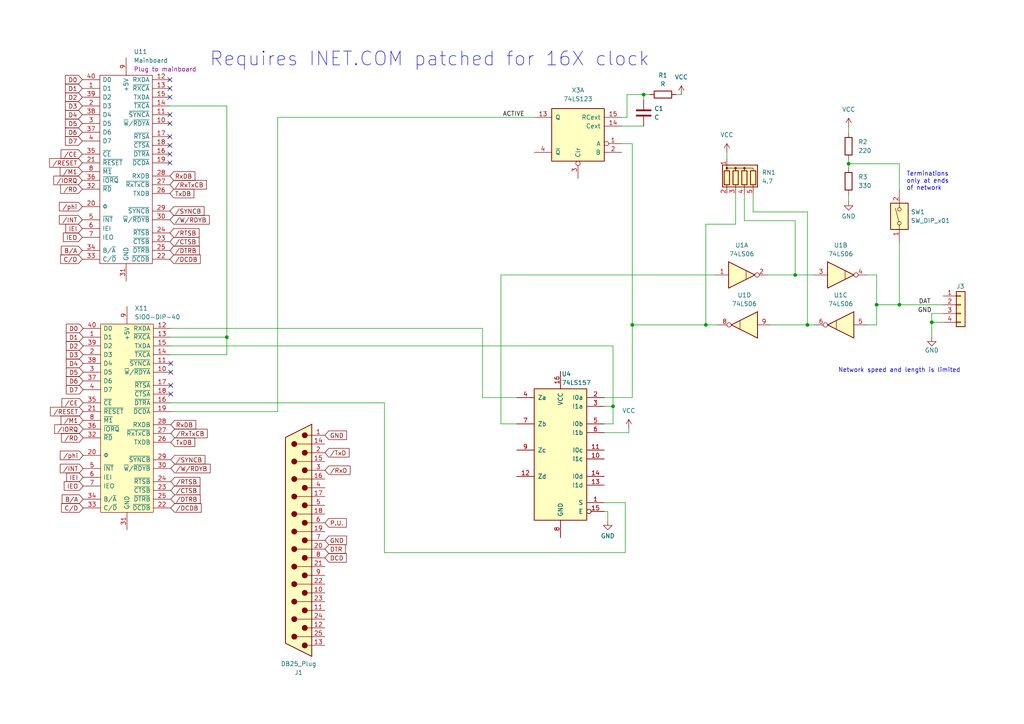
<source format=kicad_sch>
(kicad_sch (version 20230121) (generator eeschema)
  (paper "A4")
  (title_block (title "KayNet-ULCNet minimum circuit") (date "2025-06-09") (rev "0"))
  (lib_symbols
    (symbol "74LS06_1" (pin_names (offset 1.016))
      (property "Reference" "U1" (at 0 8.636 0))
      (property "Value" "74LS06" (at 0 6.096 0))
      (symbol "74LS06_1_0_1"
        (polyline (pts (xy 1.27 1.27) (xy 1.27 -1.27)))
      )
      (symbol "74LS06_1_1_0"
        (polyline (pts (xy -3.81 3.81) (xy -3.81 -3.81) (xy 3.81 0) (xy -3.81 3.81)) (stroke (width 0.254)) (fill (type background)))
        (pin input line (at -7.62 0 0) (length 3.81) (name "~") (number "1"))
        (pin open_collector inverted (at 7.62 0 180) (length 3.81) (name "~") (number "2"))
      )
      (symbol "74LS06_1_2_0"
        (polyline (pts (xy -3.81 3.81) (xy -3.81 -3.81) (xy 3.81 0) (xy -3.81 3.81)) (stroke (width 0.254)) (fill (type background)))
        (pin input line (at -7.62 0 0) (length 3.81) (name "~") (number "3"))
        (pin open_collector inverted (at 7.62 0 180) (length 3.81) (name "~") (number "4"))
      )
      (symbol "74LS06_1_3_0"
        (polyline (pts (xy -3.81 3.81) (xy -3.81 -3.81) (xy 3.81 0) (xy -3.81 3.81)) (stroke (width 0.254)) (fill (type background)))
        (pin input line (at -7.62 0 0) (length 3.81) (name "~") (number "5"))
        (pin open_collector inverted (at 7.62 0 180) (length 3.81) (name "~") (number "6"))
      )
      (symbol "74LS06_1_4_0"
        (polyline (pts (xy -3.81 3.81) (xy -3.81 -3.81) (xy 3.81 0) (xy -3.81 3.81)) (stroke (width 0.254)) (fill (type background)))
        (pin open_collector inverted (at 7.62 0 180) (length 3.81) (name "~") (number "8"))
        (pin input line (at -7.62 0 0) (length 3.81) (name "~") (number "9"))
      )
      (symbol "74LS06_1_5_0"
        (polyline (pts (xy -3.81 3.81) (xy -3.81 -3.81) (xy 3.81 0) (xy -3.81 3.81)) (stroke (width 0.254)) (fill (type background)))
        (pin open_collector inverted (at 7.62 0 180) (length 3.81) (name "~") (number "10"))
        (pin input line (at -7.62 0 0) (length 3.81) (name "~") (number "11"))
      )
      (symbol "74LS06_1_6_0"
        (polyline (pts (xy -3.81 3.81) (xy -3.81 -3.81) (xy 3.81 0) (xy -3.81 3.81)) (stroke (width 0.254)) (fill (type background)))
        (pin open_collector inverted (at 7.62 0 180) (length 3.81) (name "~") (number "12"))
        (pin input line (at -7.62 0 0) (length 3.81) (name "~") (number "13"))
      )
      (symbol "74LS06_1_7_0"
        (pin power_in line (at 0 12.7 270) (length 5.08) (name "VCC") (number "14"))
        (pin power_in line (at 0 -12.7 90) (length 5.08) (name "GND") (number "7"))
      )
      (symbol "74LS06_1_7_1"
        (rectangle (start -5.08 7.62) (end 5.08 -7.62) (stroke (width 0.254)) (fill (type background)))
      )
    )
    (symbol "74LS06_2" (pin_names (offset 1.016))
      (property "Reference" "U1" (at 0 8.636 0))
      (property "Value" "74LS06" (at 0 6.096 0))
      (symbol "74LS06_2_0_1"
        (polyline (pts (xy 1.27 1.27) (xy 1.27 -1.27)))
      )
      (symbol "74LS06_2_1_0"
        (polyline (pts (xy -3.81 3.81) (xy -3.81 -3.81) (xy 3.81 0) (xy -3.81 3.81)) (stroke (width 0.254)) (fill (type background)))
        (pin input line (at -7.62 0 0) (length 3.81) (name "~") (number "1"))
        (pin open_collector inverted (at 7.62 0 180) (length 3.81) (name "~") (number "2"))
      )
      (symbol "74LS06_2_2_0"
        (polyline (pts (xy -3.81 3.81) (xy -3.81 -3.81) (xy 3.81 0) (xy -3.81 3.81)) (stroke (width 0.254)) (fill (type background)))
        (pin input line (at -7.62 0 0) (length 3.81) (name "~") (number "3"))
        (pin open_collector inverted (at 7.62 0 180) (length 3.81) (name "~") (number "4"))
      )
      (symbol "74LS06_2_3_0"
        (polyline (pts (xy -3.81 3.81) (xy -3.81 -3.81) (xy 3.81 0) (xy -3.81 3.81)) (stroke (width 0.254)) (fill (type background)))
        (pin input line (at -7.62 0 0) (length 3.81) (name "~") (number "5"))
        (pin open_collector inverted (at 7.62 0 180) (length 3.81) (name "~") (number "6"))
      )
      (symbol "74LS06_2_4_0"
        (polyline (pts (xy -3.81 3.81) (xy -3.81 -3.81) (xy 3.81 0) (xy -3.81 3.81)) (stroke (width 0.254)) (fill (type background)))
        (pin open_collector inverted (at 7.62 0 180) (length 3.81) (name "~") (number "8"))
        (pin input line (at -7.62 0 0) (length 3.81) (name "~") (number "9"))
      )
      (symbol "74LS06_2_5_0"
        (polyline (pts (xy -3.81 3.81) (xy -3.81 -3.81) (xy 3.81 0) (xy -3.81 3.81)) (stroke (width 0.254)) (fill (type background)))
        (pin open_collector inverted (at 7.62 0 180) (length 3.81) (name "~") (number "10"))
        (pin input line (at -7.62 0 0) (length 3.81) (name "~") (number "11"))
      )
      (symbol "74LS06_2_6_0"
        (polyline (pts (xy -3.81 3.81) (xy -3.81 -3.81) (xy 3.81 0) (xy -3.81 3.81)) (stroke (width 0.254)) (fill (type background)))
        (pin open_collector inverted (at 7.62 0 180) (length 3.81) (name "~") (number "12"))
        (pin input line (at -7.62 0 0) (length 3.81) (name "~") (number "13"))
      )
      (symbol "74LS06_2_7_0"
        (pin power_in line (at 0 12.7 270) (length 5.08) (name "VCC") (number "14"))
        (pin power_in line (at 0 -12.7 90) (length 5.08) (name "GND") (number "7"))
      )
      (symbol "74LS06_2_7_1"
        (rectangle (start -5.08 7.62) (end 5.08 -7.62) (stroke (width 0.254)) (fill (type background)))
      )
    )
    (symbol "74xx:74LS06" (pin_names (offset 1.016))
      (property "Reference" "U1" (at 0 8.636 0))
      (property "Value" "74LS06" (at 0 6.096 0))
      (symbol "74LS06_0_1"
        (polyline (pts (xy 1.27 1.27) (xy 1.27 -1.27)))
      )
      (symbol "74LS06_1_0"
        (polyline (pts (xy -3.81 3.81) (xy -3.81 -3.81) (xy 3.81 0) (xy -3.81 3.81)) (stroke (width 0.254)) (fill (type background)))
        (pin input line (at -7.62 0 0) (length 3.81) (name "~") (number "1"))
        (pin open_collector inverted (at 7.62 0 180) (length 3.81) (name "~") (number "2"))
      )
      (symbol "74LS06_2_0"
        (polyline (pts (xy -3.81 3.81) (xy -3.81 -3.81) (xy 3.81 0) (xy -3.81 3.81)) (stroke (width 0.254)) (fill (type background)))
        (pin input line (at -7.62 0 0) (length 3.81) (name "~") (number "3"))
        (pin open_collector inverted (at 7.62 0 180) (length 3.81) (name "~") (number "4"))
      )
      (symbol "74LS06_3_0"
        (polyline (pts (xy -3.81 3.81) (xy -3.81 -3.81) (xy 3.81 0) (xy -3.81 3.81)) (stroke (width 0.254)) (fill (type background)))
        (pin input line (at -7.62 0 0) (length 3.81) (name "~") (number "5"))
        (pin open_collector inverted (at 7.62 0 180) (length 3.81) (name "~") (number "6"))
      )
      (symbol "74LS06_4_0"
        (polyline (pts (xy -3.81 3.81) (xy -3.81 -3.81) (xy 3.81 0) (xy -3.81 3.81)) (stroke (width 0.254)) (fill (type background)))
        (pin open_collector inverted (at 7.62 0 180) (length 3.81) (name "~") (number "8"))
        (pin input line (at -7.62 0 0) (length 3.81) (name "~") (number "9"))
      )
      (symbol "74LS06_5_0"
        (polyline (pts (xy -3.81 3.81) (xy -3.81 -3.81) (xy 3.81 0) (xy -3.81 3.81)) (stroke (width 0.254)) (fill (type background)))
        (pin open_collector inverted (at 7.62 0 180) (length 3.81) (name "~") (number "10"))
        (pin input line (at -7.62 0 0) (length 3.81) (name "~") (number "11"))
      )
      (symbol "74LS06_6_0"
        (polyline (pts (xy -3.81 3.81) (xy -3.81 -3.81) (xy 3.81 0) (xy -3.81 3.81)) (stroke (width 0.254)) (fill (type background)))
        (pin open_collector inverted (at 7.62 0 180) (length 3.81) (name "~") (number "12"))
        (pin input line (at -7.62 0 0) (length 3.81) (name "~") (number "13"))
      )
      (symbol "74LS06_7_0"
        (pin power_in line (at 0 12.7 270) (length 5.08) (name "VCC") (number "14"))
        (pin power_in line (at 0 -12.7 90) (length 5.08) (name "GND") (number "7"))
      )
      (symbol "74LS06_7_1"
        (rectangle (start -5.08 7.62) (end 5.08 -7.62) (stroke (width 0.254)) (fill (type background)))
      )
    )
    (symbol "74xx:74LS123" (pin_names (offset 1.016))
      (property "Reference" "U" (at -7.62 8.89 0))
      (property "Value" "74LS123" (at -7.62 -8.89 0))
      (symbol "74LS123_1_0"
        (pin input inverted (at -12.7 -2.54 0) (length 5.08) (name "A") (number "1"))
        (pin output line (at 12.7 5.08 180) (length 5.08) (name "Q") (number "13"))
        (pin input line (at -12.7 2.54 0) (length 5.08) (name "Cext") (number "14"))
        (pin input line (at -12.7 5.08 0) (length 5.08) (name "RCext") (number "15"))
        (pin input line (at -12.7 -5.08 0) (length 5.08) (name "B") (number "2"))
        (pin input inverted (at 0 -12.7 90) (length 5.08) (name "Clr") (number "3"))
        (pin output line (at 12.7 -5.08 180) (length 5.08) (name "~{Q}") (number "4"))
      )
      (symbol "74LS123_1_1"
        (rectangle (start -7.62 7.62) (end 7.62 -7.62) (stroke (width 0.254)) (fill (type background)))
      )
      (symbol "74LS123_2_0"
        (pin input line (at -12.7 -5.08 0) (length 5.08) (name "B") (number "10"))
        (pin input inverted (at 0 -12.7 90) (length 5.08) (name "Clr") (number "11"))
        (pin output line (at 12.7 -5.08 180) (length 5.08) (name "~{Q}") (number "12"))
        (pin output line (at 12.7 5.08 180) (length 5.08) (name "Q") (number "5"))
        (pin input line (at -12.7 2.54 0) (length 5.08) (name "Cext") (number "6"))
        (pin input line (at -12.7 5.08 0) (length 5.08) (name "RCext") (number "7"))
        (pin input inverted (at -12.7 -2.54 0) (length 5.08) (name "A") (number "9"))
      )
      (symbol "74LS123_2_1"
        (rectangle (start -7.62 7.62) (end 7.62 -7.62) (stroke (width 0.254)) (fill (type background)))
      )
      (symbol "74LS123_3_0"
        (pin power_in line (at 0 12.7 270) (length 5.08) (name "VCC") (number "16"))
        (pin power_in line (at 0 -12.7 90) (length 5.08) (name "GND") (number "8"))
      )
      (symbol "74LS123_3_1"
        (rectangle (start -5.08 7.62) (end 5.08 -7.62) (stroke (width 0.254)) (fill (type background)))
      )
    )
    (symbol "74xx:74LS157" (pin_names (offset 1.016))
      (property "Reference" "U" (at -7.62 19.05 0))
      (property "Value" "74LS157" (at -7.62 -21.59 0))
      (symbol "74LS157_1_0"
        (pin input line (at -12.7 -15.24 0) (length 5.08) (name "S") (number "1"))
        (pin input line (at -12.7 -2.54 0) (length 5.08) (name "I1c") (number "10"))
        (pin input line (at -12.7 0 0) (length 5.08) (name "I0c") (number "11"))
        (pin output line (at 12.7 -7.62 180) (length 5.08) (name "Zd") (number "12"))
        (pin input line (at -12.7 -10.16 0) (length 5.08) (name "I1d") (number "13"))
        (pin input line (at -12.7 -7.62 0) (length 5.08) (name "I0d") (number "14"))
        (pin input inverted (at -12.7 -17.78 0) (length 5.08) (name "E") (number "15"))
        (pin power_in line (at 0 22.86 270) (length 5.08) (name "VCC") (number "16"))
        (pin input line (at -12.7 15.24 0) (length 5.08) (name "I0a") (number "2"))
        (pin input line (at -12.7 12.7 0) (length 5.08) (name "I1a") (number "3"))
        (pin output line (at 12.7 15.24 180) (length 5.08) (name "Za") (number "4"))
        (pin input line (at -12.7 7.62 0) (length 5.08) (name "I0b") (number "5"))
        (pin input line (at -12.7 5.08 0) (length 5.08) (name "I1b") (number "6"))
        (pin output line (at 12.7 7.62 180) (length 5.08) (name "Zb") (number "7"))
        (pin power_in line (at 0 -25.4 90) (length 5.08) (name "GND") (number "8"))
        (pin output line (at 12.7 0 180) (length 5.08) (name "Zc") (number "9"))
      )
      (symbol "74LS157_1_1"
        (rectangle (start -7.62 17.78) (end 7.62 -20.32) (stroke (width 0.254)) (fill (type background)))
      )
    )
    (symbol "Connector:DB25_Plug" (pin_names (offset 1.016) hide)
      (property "Reference" "J" (at 0 34.29 0))
      (property "Value" "DB25_Plug" (at 0 -34.925 0))
      (symbol "DB25_Plug_0_1"
        (circle (center -1.778 -30.48) (radius 0.762) (fill (type outline)))
        (circle (center -1.778 -25.4) (radius 0.762) (fill (type outline)))
        (circle (center -1.778 -20.32) (radius 0.762) (fill (type outline)))
        (circle (center -1.778 -15.24) (radius 0.762) (fill (type outline)))
        (circle (center -1.778 -10.16) (radius 0.762) (fill (type outline)))
        (circle (center -1.778 -5.08) (radius 0.762) (fill (type outline)))
        (circle (center -1.778 0) (radius 0.762) (fill (type outline)))
        (circle (center -1.778 5.08) (radius 0.762) (fill (type outline)))
        (circle (center -1.778 10.16) (radius 0.762) (fill (type outline)))
        (circle (center -1.778 15.24) (radius 0.762) (fill (type outline)))
        (circle (center -1.778 20.32) (radius 0.762) (fill (type outline)))
        (circle (center -1.778 25.4) (radius 0.762) (fill (type outline)))
        (circle (center -1.778 30.48) (radius 0.762) (fill (type outline)))
        (polyline (pts (xy -3.81 -30.48) (xy -2.54 -30.48)))
        (polyline (pts (xy -3.81 -27.94) (xy 0.508 -27.94)))
        (polyline (pts (xy -3.81 -25.4) (xy -2.54 -25.4)))
        (polyline (pts (xy -3.81 -22.86) (xy 0.508 -22.86)))
        (polyline (pts (xy -3.81 -20.32) (xy -2.54 -20.32)))
        (polyline (pts (xy -3.81 -17.78) (xy 0.508 -17.78)))
        (polyline (pts (xy -3.81 -15.24) (xy -2.54 -15.24)))
        (polyline (pts (xy -3.81 -12.7) (xy 0.508 -12.7)))
        (polyline (pts (xy -3.81 -10.16) (xy -2.54 -10.16)))
        (polyline (pts (xy -3.81 -7.62) (xy 0.508 -7.62)))
        (polyline (pts (xy -3.81 -5.08) (xy -2.54 -5.08)))
        (polyline (pts (xy -3.81 -2.54) (xy 0.508 -2.54)))
        (polyline (pts (xy -3.81 0) (xy -2.54 0)))
        (polyline (pts (xy -3.81 2.54) (xy 0.508 2.54)))
        (polyline (pts (xy -3.81 5.08) (xy -2.54 5.08)))
        (polyline (pts (xy -3.81 7.62) (xy 0.508 7.62)))
        (polyline (pts (xy -3.81 10.16) (xy -2.54 10.16)))
        (polyline (pts (xy -3.81 12.7) (xy 0.508 12.7)))
        (polyline (pts (xy -3.81 15.24) (xy -2.54 15.24)))
        (polyline (pts (xy -3.81 17.78) (xy 0.508 17.78)))
        (polyline (pts (xy -3.81 20.32) (xy -2.54 20.32)))
        (polyline (pts (xy -3.81 22.86) (xy 0.508 22.86)))
        (polyline (pts (xy -3.81 25.4) (xy -2.54 25.4)))
        (polyline (pts (xy -3.81 27.94) (xy 0.508 27.94)))
        (polyline (pts (xy -3.81 30.48) (xy -2.54 30.48)))
        (polyline (pts (xy -3.81 -33.655) (xy 3.81 -29.845) (xy 3.81 29.845) (xy -3.81 33.655) (xy -3.81 -33.655)) (stroke (width 0.254)) (fill (type background)))
        (circle (center 1.27 -27.94) (radius 0.762) (fill (type outline)))
        (circle (center 1.27 -22.86) (radius 0.762) (fill (type outline)))
        (circle (center 1.27 -17.78) (radius 0.762) (fill (type outline)))
        (circle (center 1.27 -12.7) (radius 0.762) (fill (type outline)))
        (circle (center 1.27 -7.62) (radius 0.762) (fill (type outline)))
        (circle (center 1.27 -2.54) (radius 0.762) (fill (type outline)))
        (circle (center 1.27 2.54) (radius 0.762) (fill (type outline)))
        (circle (center 1.27 7.62) (radius 0.762) (fill (type outline)))
        (circle (center 1.27 12.7) (radius 0.762) (fill (type outline)))
        (circle (center 1.27 17.78) (radius 0.762) (fill (type outline)))
        (circle (center 1.27 22.86) (radius 0.762) (fill (type outline)))
        (circle (center 1.27 27.94) (radius 0.762) (fill (type outline)))
      )
      (symbol "DB25_Plug_1_1"
        (pin passive line (at -7.62 -30.48 0) (length 3.81) (name "1") (number "1"))
        (pin passive line (at -7.62 15.24 0) (length 3.81) (name "10") (number "10"))
        (pin passive line (at -7.62 20.32 0) (length 3.81) (name "11") (number "11"))
        (pin passive line (at -7.62 25.4 0) (length 3.81) (name "12") (number "12"))
        (pin passive line (at -7.62 30.48 0) (length 3.81) (name "13") (number "13"))
        (pin passive line (at -7.62 -27.94 0) (length 3.81) (name "P14") (number "14"))
        (pin passive line (at -7.62 -22.86 0) (length 3.81) (name "P15") (number "15"))
        (pin passive line (at -7.62 -17.78 0) (length 3.81) (name "P16") (number "16"))
        (pin passive line (at -7.62 -12.7 0) (length 3.81) (name "P17") (number "17"))
        (pin passive line (at -7.62 -7.62 0) (length 3.81) (name "P18") (number "18"))
        (pin passive line (at -7.62 -2.54 0) (length 3.81) (name "P19") (number "19"))
        (pin passive line (at -7.62 -25.4 0) (length 3.81) (name "2") (number "2"))
        (pin passive line (at -7.62 2.54 0) (length 3.81) (name "P20") (number "20"))
        (pin passive line (at -7.62 7.62 0) (length 3.81) (name "P21") (number "21"))
        (pin passive line (at -7.62 12.7 0) (length 3.81) (name "P22") (number "22"))
        (pin passive line (at -7.62 17.78 0) (length 3.81) (name "P23") (number "23"))
        (pin passive line (at -7.62 22.86 0) (length 3.81) (name "P24") (number "24"))
        (pin passive line (at -7.62 27.94 0) (length 3.81) (name "P25") (number "25"))
        (pin passive line (at -7.62 -20.32 0) (length 3.81) (name "3") (number "3"))
        (pin passive line (at -7.62 -15.24 0) (length 3.81) (name "4") (number "4"))
        (pin passive line (at -7.62 -10.16 0) (length 3.81) (name "5") (number "5"))
        (pin passive line (at -7.62 -5.08 0) (length 3.81) (name "6") (number "6"))
        (pin passive line (at -7.62 0 0) (length 3.81) (name "7") (number "7"))
        (pin passive line (at -7.62 5.08 0) (length 3.81) (name "8") (number "8"))
        (pin passive line (at -7.62 10.16 0) (length 3.81) (name "9") (number "9"))
      )
    )
    (symbol "Connector_Generic:Conn_01x04" (pin_names (offset 1.016) hide)
      (property "Reference" "J" (at 0 5.08 0))
      (property "Value" "Conn_01x04" (at 0 -7.62 0))
      (symbol "Conn_01x04_1_1"
        (rectangle (start -1.27 -4.953) (end 0 -5.207) (stroke (width 0.1524)))
        (rectangle (start -1.27 -2.413) (end 0 -2.667) (stroke (width 0.1524)))
        (rectangle (start -1.27 0.127) (end 0 -0.127) (stroke (width 0.1524)))
        (rectangle (start -1.27 2.667) (end 0 2.413) (stroke (width 0.1524)))
        (rectangle (start -1.27 3.81) (end 1.27 -6.35) (stroke (width 0.254)) (fill (type background)))
        (pin passive line (at -5.08 2.54 0) (length 3.81) (name "Pin_1") (number "1"))
        (pin passive line (at -5.08 0 0) (length 3.81) (name "Pin_2") (number "2"))
        (pin passive line (at -5.08 -2.54 0) (length 3.81) (name "Pin_3") (number "3"))
        (pin passive line (at -5.08 -5.08 0) (length 3.81) (name "Pin_4") (number "4"))
      )
    )
    (symbol "Device:C" (pin_numbers hide) (pin_names (offset 0.254))
      (property "Reference" "C" (at 0.635 2.54 0))
      (property "Value" "C" (at 0.635 -2.54 0))
      (symbol "C_0_1"
        (polyline (pts (xy -2.032 -0.762) (xy 2.032 -0.762)) (stroke (width 0.508)))
        (polyline (pts (xy -2.032 0.762) (xy 2.032 0.762)) (stroke (width 0.508)))
      )
      (symbol "C_1_1"
        (pin passive line (at 0 3.81 270) (length 2.794) (name "~") (number "1"))
        (pin passive line (at 0 -3.81 90) (length 2.794) (name "~") (number "2"))
      )
    )
    (symbol "Device:R" (pin_numbers hide) (pin_names (offset 0))
      (property "Reference" "R" (at 2.032 0 90))
      (property "Value" "R" (at 0 0 90))
      (symbol "R_0_1"
        (rectangle (start -1.016 -2.54) (end 1.016 2.54) (stroke (width 0.254)))
      )
      (symbol "R_1_1"
        (pin passive line (at 0 3.81 270) (length 1.27) (name "~") (number "1"))
        (pin passive line (at 0 -3.81 90) (length 1.27) (name "~") (number "2"))
      )
    )
    (symbol "Device:R_Network04" (pin_names (offset 0) hide)
      (property "Reference" "RN" (at -7.62 0 90))
      (property "Value" "R_Network04" (at 5.08 0 90))
      (symbol "R_Network04_0_1"
        (rectangle (start -6.35 -3.175) (end 3.81 3.175) (stroke (width 0.254)) (fill (type background)))
        (rectangle (start -5.842 1.524) (end -4.318 -2.54) (stroke (width 0.254)))
        (circle (center -5.08 2.286) (radius 0.254) (fill (type outline)))
        (rectangle (start -3.302 1.524) (end -1.778 -2.54) (stroke (width 0.254)))
        (circle (center -2.54 2.286) (radius 0.254) (fill (type outline)))
        (rectangle (start -0.762 1.524) (end 0.762 -2.54) (stroke (width 0.254)))
        (polyline (pts (xy -5.08 -2.54) (xy -5.08 -3.81)))
        (polyline (pts (xy -2.54 -2.54) (xy -2.54 -3.81)))
        (polyline (pts (xy 0 -2.54) (xy 0 -3.81)))
        (polyline (pts (xy 2.54 -2.54) (xy 2.54 -3.81)))
        (polyline (pts (xy -5.08 1.524) (xy -5.08 2.286) (xy -2.54 2.286) (xy -2.54 1.524)))
        (polyline (pts (xy -2.54 1.524) (xy -2.54 2.286) (xy 0 2.286) (xy 0 1.524)))
        (polyline (pts (xy 0 1.524) (xy 0 2.286) (xy 2.54 2.286) (xy 2.54 1.524)))
        (circle (center 0 2.286) (radius 0.254) (fill (type outline)))
        (rectangle (start 1.778 1.524) (end 3.302 -2.54) (stroke (width 0.254)))
      )
      (symbol "R_Network04_1_1"
        (pin passive line (at -5.08 5.08 270) (length 2.54) (name "common") (number "1"))
        (pin passive line (at -5.08 -5.08 90) (length 1.27) (name "R1") (number "2"))
        (pin passive line (at -2.54 -5.08 90) (length 1.27) (name "R2") (number "3"))
        (pin passive line (at 0 -5.08 90) (length 1.27) (name "R3") (number "4"))
        (pin passive line (at 2.54 -5.08 90) (length 1.27) (name "R4") (number "5"))
      )
    )
    (symbol "SIO0-DIP-40_1" (pin_names (offset 0.762))
      (property "Reference" "U11" (at 9.8141 6.858 0))
      (property "Value" "Mainboard" (at 9.8141 4.318 0))
      (property "Value_1" "Plug to mainboard" (at 9.8141 1.778 0))
      (symbol "SIO0-DIP-40_1_0_0"
        (pin bidirectional line (at -5.08 -3.81 0) (length 5.08) (name "D1") (number "1"))
        (pin output line (at 20.32 -13.97 180) (length 5.08) (name "~{W}/~{RDYA}") (number "10"))
        (pin bidirectional line (at 20.32 -11.43 180) (length 5.08) (name "~{SYNCA}") (number "11"))
        (pin input line (at 20.32 -1.27 180) (length 5.08) (name "RXDA") (number "12"))
        (pin input line (at 20.32 -3.81 180) (length 5.08) (name "~{RXCA}") (number "13"))
        (pin output line (at 20.32 -8.89 180) (length 5.08) (name "~{TXCA}") (number "14"))
        (pin output line (at 20.32 -6.35 180) (length 5.08) (name "TXDA") (number "15"))
        (pin output line (at 20.32 -22.86 180) (length 5.08) (name "~{DTRA}") (number "16"))
        (pin output line (at 20.32 -17.78 180) (length 5.08) (name "~{RTSA}") (number "17"))
        (pin input line (at 20.32 -20.32 180) (length 5.08) (name "~{CTSA}") (number "18"))
        (pin input line (at 20.32 -25.4 180) (length 5.08) (name "~{DCDA}") (number "19"))
        (pin bidirectional line (at -5.08 -8.89 0) (length 5.08) (name "D3") (number "2"))
        (pin input line (at -5.08 -38.1 0) (length 5.08) (name "Φ") (number "20"))
        (pin input line (at -5.08 -25.4 0) (length 5.08) (name "~{RESET}") (number "21"))
        (pin input line (at 20.32 -53.34 180) (length 5.08) (name "~{DCDB}") (number "22"))
        (pin input line (at 20.32 -48.26 180) (length 5.08) (name "~{CTSB}") (number "23"))
        (pin output line (at 20.32 -45.72 180) (length 5.08) (name "~{RTSB}") (number "24"))
        (pin output line (at 20.32 -50.8 180) (length 5.08) (name "~{DTRB}") (number "25"))
        (pin output line (at 20.32 -34.29 180) (length 5.08) (name "TXDB") (number "26"))
        (pin input line (at 20.32 -31.75 180) (length 5.08) (name "~{RxTxCB}") (number "27"))
        (pin input line (at 20.32 -29.21 180) (length 5.08) (name "RXDB") (number "28"))
        (pin input line (at 20.32 -39.37 180) (length 5.08) (name "~{SYNCB}") (number "29"))
        (pin bidirectional line (at -5.08 -13.97 0) (length 5.08) (name "D5") (number "3"))
        (pin output line (at 20.32 -41.91 180) (length 5.08) (name "~{W}/~{RDYB}") (number "30"))
        (pin power_in line (at 7.62 -59.69 90) (length 5.08) (name "GND") (number "31"))
        (pin input line (at -5.08 -33.02 0) (length 5.08) (name "~{RD}") (number "32"))
        (pin input line (at -5.08 -53.34 0) (length 5.08) (name "C/~{D}") (number "33"))
        (pin input line (at -5.08 -50.8 0) (length 5.08) (name "B/~{A}") (number "34"))
        (pin input line (at -5.08 -22.86 0) (length 5.08) (name "~{CE}") (number "35"))
        (pin input line (at -5.08 -30.48 0) (length 5.08) (name "~{IORQ}") (number "36"))
        (pin bidirectional line (at -5.08 -16.51 0) (length 5.08) (name "D6") (number "37"))
        (pin bidirectional line (at -5.08 -11.43 0) (length 5.08) (name "D4") (number "38"))
        (pin bidirectional line (at -5.08 -6.35 0) (length 5.08) (name "D2") (number "39"))
        (pin bidirectional line (at -5.08 -19.05 0) (length 5.08) (name "D7") (number "4"))
        (pin bidirectional line (at -5.08 -1.27 0) (length 5.08) (name "D0") (number "40"))
        (pin open_collector line (at -5.08 -41.91 0) (length 5.08) (name "~{INT}") (number "5"))
        (pin input line (at -5.08 -44.45 0) (length 5.08) (name "IEI") (number "6"))
        (pin output line (at -5.08 -46.99 0) (length 5.08) (name "IEO") (number "7"))
        (pin input line (at -5.08 -27.94 0) (length 5.08) (name "~{M1}") (number "8"))
        (pin power_in line (at 7.62 5.08 270) (length 5.08) (name "+5V") (number "9"))
      )
      (symbol "SIO0-DIP-40_1_1_1"
        (rectangle (start 0 0) (end 15.24 -54.61))
      )
    )
    (symbol "Switch:SW_DIP_x01" (pin_names (offset 0) hide)
      (property "Reference" "SW" (at 0 3.81 0))
      (property "Value" "SW_DIP_x01" (at 0 -3.81 0))
      (symbol "SW_DIP_x01_0_0"
        (circle (center -2.032 0) (radius 0.508))
        (polyline (pts (xy -1.524 0.127) (xy 2.3622 1.1684)))
        (circle (center 2.032 0) (radius 0.508))
      )
      (symbol "SW_DIP_x01_0_1"
        (rectangle (start -3.81 2.54) (end 3.81 -2.54) (stroke (width 0.254)) (fill (type background)))
      )
      (symbol "SW_DIP_x01_1_1"
        (pin passive line (at -7.62 0 0) (length 5.08) (name "~") (number "1"))
        (pin passive line (at 7.62 0 180) (length 5.08) (name "~") (number "2"))
      )
    )
    (symbol "Zilog_Z80_Peripherals:SIO0-DIP-40" (pin_names (offset 0.762))
      (property "Value" "SIO0-DIP-40" (at 0 0 0))
      (property "Reference_1" "IC" (at 0 1.27 0))
      (property "Value_1" "SIO0-DIP-40" (at 7.62 1.27 0))
      (symbol "SIO0-DIP-40_0_0"
        (pin bidirectional line (at -5.08 -3.81 0) (length 5.08) (name "D1") (number "1"))
        (pin output line (at 20.32 -13.97 180) (length 5.08) (name "~{W}/~{RDYA}") (number "10"))
        (pin bidirectional line (at 20.32 -11.43 180) (length 5.08) (name "~{SYNCA}") (number "11"))
        (pin input line (at 20.32 -1.27 180) (length 5.08) (name "RXDA") (number "12"))
        (pin input line (at 20.32 -3.81 180) (length 5.08) (name "~{RXCA}") (number "13"))
        (pin output line (at 20.32 -8.89 180) (length 5.08) (name "~{TXCA}") (number "14"))
        (pin output line (at 20.32 -6.35 180) (length 5.08) (name "TXDA") (number "15"))
        (pin output line (at 20.32 -22.86 180) (length 5.08) (name "~{DTRA}") (number "16"))
        (pin output line (at 20.32 -17.78 180) (length 5.08) (name "~{RTSA}") (number "17"))
        (pin input line (at 20.32 -20.32 180) (length 5.08) (name "~{CTSA}") (number "18"))
        (pin input line (at 20.32 -25.4 180) (length 5.08) (name "~{DCDA}") (number "19"))
        (pin bidirectional line (at -5.08 -8.89 0) (length 5.08) (name "D3") (number "2"))
        (pin input line (at -5.08 -38.1 0) (length 5.08) (name "Φ") (number "20"))
        (pin input line (at -5.08 -25.4 0) (length 5.08) (name "~{RESET}") (number "21"))
        (pin input line (at 20.32 -53.34 180) (length 5.08) (name "~{DCDB}") (number "22"))
        (pin input line (at 20.32 -48.26 180) (length 5.08) (name "~{CTSB}") (number "23"))
        (pin output line (at 20.32 -45.72 180) (length 5.08) (name "~{RTSB}") (number "24"))
        (pin output line (at 20.32 -50.8 180) (length 5.08) (name "~{DTRB}") (number "25"))
        (pin output line (at 20.32 -34.29 180) (length 5.08) (name "TXDB") (number "26"))
        (pin input line (at 20.32 -31.75 180) (length 5.08) (name "~{RxTxCB}") (number "27"))
        (pin input line (at 20.32 -29.21 180) (length 5.08) (name "RXDB") (number "28"))
        (pin input line (at 20.32 -39.37 180) (length 5.08) (name "~{SYNCB}") (number "29"))
        (pin bidirectional line (at -5.08 -13.97 0) (length 5.08) (name "D5") (number "3"))
        (pin output line (at 20.32 -41.91 180) (length 5.08) (name "~{W}/~{RDYB}") (number "30"))
        (pin power_in line (at 7.62 -59.69 90) (length 5.08) (name "GND") (number "31"))
        (pin input line (at -5.08 -33.02 0) (length 5.08) (name "~{RD}") (number "32"))
        (pin input line (at -5.08 -53.34 0) (length 5.08) (name "C/~{D}") (number "33"))
        (pin input line (at -5.08 -50.8 0) (length 5.08) (name "B/~{A}") (number "34"))
        (pin input line (at -5.08 -22.86 0) (length 5.08) (name "~{CE}") (number "35"))
        (pin input line (at -5.08 -30.48 0) (length 5.08) (name "~{IORQ}") (number "36"))
        (pin bidirectional line (at -5.08 -16.51 0) (length 5.08) (name "D6") (number "37"))
        (pin bidirectional line (at -5.08 -11.43 0) (length 5.08) (name "D4") (number "38"))
        (pin bidirectional line (at -5.08 -6.35 0) (length 5.08) (name "D2") (number "39"))
        (pin bidirectional line (at -5.08 -19.05 0) (length 5.08) (name "D7") (number "4"))
        (pin bidirectional line (at -5.08 -1.27 0) (length 5.08) (name "D0") (number "40"))
        (pin open_collector line (at -5.08 -41.91 0) (length 5.08) (name "~{INT}") (number "5"))
        (pin input line (at -5.08 -44.45 0) (length 5.08) (name "IEI") (number "6"))
        (pin output line (at -5.08 -46.99 0) (length 5.08) (name "IEO") (number "7"))
        (pin input line (at -5.08 -27.94 0) (length 5.08) (name "~{M1}") (number "8"))
        (pin power_in line (at 7.62 5.08 270) (length 5.08) (name "+5V") (number "9"))
      )
      (symbol "SIO0-DIP-40_0_1"
        (rectangle (start 0 0) (end 15.24 -54.61) (fill (type background)))
      )
    )
    (symbol "power:GND" (power) (pin_names (offset 0))
      (property "Value" "GND" (at 0 -3.81 0))
      (symbol "GND_0_1"
        (polyline (pts (xy 0 0) (xy 0 -1.27) (xy 1.27 -1.27) (xy 0 -2.54) (xy -1.27 -1.27) (xy 0 -1.27)))
      )
      (symbol "GND_1_1"
        (pin power_in line (at 0 0 270) (length 0) hide (name "GND") (number "1"))
      )
    )
    (symbol "power:VCC" (power) (pin_names (offset 0))
      (property "Value" "VCC" (at 0 3.81 0))
      (symbol "VCC_0_1"
        (polyline (pts (xy -0.762 1.27) (xy 0 2.54)))
        (polyline (pts (xy 0 0) (xy 0 2.54)))
        (polyline (pts (xy 0 2.54) (xy 0.762 1.27)))
      )
      (symbol "VCC_1_1"
        (pin power_in line (at 0 0 90) (length 0) hide (name "VCC") (number "1"))
      )
    )
  )
  (junction (at 65.786 97.79))
  (junction (at 260.858 88.392))
  (junction (at 254.254 88.392))
  (junction (at 183.388 94.234))
  (junction (at 230.632 79.756))
  (junction (at 177.8 117.856))
  (junction (at 186.69 27.432))
  (junction (at 270.256 93.472))
  (junction (at 246.126 47.498))
  (junction (at 234.188 94.234))
  (junction (at 204.724 94.234))
  (no_connect (at 49.276 25.654))
  (no_connect (at 49.276 47.244))
  (no_connect (at 49.53 111.76))
  (no_connect (at 49.276 33.274))
  (no_connect (at 49.276 23.114))
  (no_connect (at 49.276 39.624))
  (no_connect (at 49.276 35.814))
  (no_connect (at 49.276 42.164))
  (no_connect (at 49.53 105.41))
  (no_connect (at 49.53 114.3))
  (no_connect (at 49.53 107.95))
  (no_connect (at 49.276 44.704))
  (no_connect (at 49.276 28.194))
  (wire (pts (xy 111.506 116.84) (xy 111.506 160.274)))
  (wire (pts (xy 49.53 95.25) (xy 139.954 95.25)))
  (wire (pts (xy 246.126 47.498) (xy 246.126 48.768)))
  (wire (pts (xy 49.276 30.734) (xy 65.786 30.734)))
  (wire (pts (xy 111.506 116.84) (xy 49.53 116.84)))
  (wire (pts (xy 254.254 88.392) (xy 254.254 94.234)))
  (wire (pts (xy 215.9 56.134) (xy 215.9 64.008)))
  (wire (pts (xy 234.188 94.234) (xy 236.22 94.234)))
  (wire (pts (xy 246.126 56.388) (xy 246.126 58.42)))
  (wire (pts (xy 139.954 115.316) (xy 149.86 115.316)))
  (wire (pts (xy 49.53 119.38) (xy 80.518 119.38)))
  (wire (pts (xy 65.786 30.734) (xy 65.786 97.79)))
  (wire (pts (xy 270.256 90.932) (xy 270.256 93.472)))
  (wire (pts (xy 139.954 115.316) (xy 139.954 95.25)))
  (wire (pts (xy 49.53 97.79) (xy 65.786 97.79)))
  (wire (pts (xy 210.82 44.196) (xy 210.82 45.974)))
  (wire (pts (xy 222.758 79.756) (xy 230.632 79.756)))
  (wire (pts (xy 270.256 93.472) (xy 273.558 93.472)))
  (wire (pts (xy 175.26 122.936) (xy 177.8 122.936)))
  (wire (pts (xy 218.44 61.468) (xy 234.188 61.468)))
  (wire (pts (xy 65.786 97.79) (xy 65.786 102.87)))
  (wire (pts (xy 183.388 94.234) (xy 204.724 94.234)))
  (wire (pts (xy 196.088 27.432) (xy 197.612 27.432)))
  (wire (pts (xy 182.372 125.476) (xy 182.372 124.206)))
  (wire (pts (xy 186.69 27.432) (xy 188.468 27.432)))
  (wire (pts (xy 186.69 27.432) (xy 186.69 28.956)))
  (wire (pts (xy 246.126 46.228) (xy 246.126 47.498)))
  (wire (pts (xy 175.26 125.476) (xy 182.372 125.476)))
  (wire (pts (xy 254.254 79.756) (xy 254.254 88.392)))
  (wire (pts (xy 183.388 94.234) (xy 183.388 115.316)))
  (wire (pts (xy 175.26 145.796) (xy 181.356 145.796)))
  (wire (pts (xy 230.632 64.008) (xy 230.632 79.756)))
  (wire (pts (xy 260.858 55.118) (xy 260.858 47.498)))
  (wire (pts (xy 181.356 145.796) (xy 181.356 160.274)))
  (wire (pts (xy 145.288 79.756) (xy 145.288 122.936)))
  (wire (pts (xy 218.44 56.134) (xy 218.44 61.468)))
  (wire (pts (xy 111.506 160.274) (xy 181.356 160.274)))
  (wire (pts (xy 230.632 79.756) (xy 236.22 79.756)))
  (wire (pts (xy 176.276 148.336) (xy 175.26 148.336)))
  (wire (pts (xy 254.254 94.234) (xy 251.46 94.234)))
  (wire (pts (xy 177.8 122.936) (xy 177.8 117.856)))
  (wire (pts (xy 49.53 100.33) (xy 177.8 100.33)))
  (wire (pts (xy 234.188 61.468) (xy 234.188 94.234)))
  (wire (pts (xy 180.34 36.576) (xy 186.69 36.576)))
  (wire (pts (xy 145.288 122.936) (xy 149.86 122.936)))
  (wire (pts (xy 223.52 94.234) (xy 234.188 94.234)))
  (wire (pts (xy 254.254 88.392) (xy 260.858 88.392)))
  (wire (pts (xy 260.858 70.358) (xy 260.858 88.392)))
  (wire (pts (xy 80.518 119.38) (xy 80.518 34.036)))
  (wire (pts (xy 246.126 36.83) (xy 246.126 38.608)))
  (wire (pts (xy 270.256 90.932) (xy 273.558 90.932)))
  (wire (pts (xy 213.36 65.024) (xy 204.724 65.024)))
  (wire (pts (xy 181.864 34.036) (xy 181.864 27.432)))
  (wire (pts (xy 175.26 115.316) (xy 183.388 115.316)))
  (wire (pts (xy 215.9 64.008) (xy 230.632 64.008)))
  (wire (pts (xy 180.34 34.036) (xy 181.864 34.036)))
  (wire (pts (xy 145.288 79.756) (xy 207.518 79.756)))
  (wire (pts (xy 176.276 151.13) (xy 176.276 148.336)))
  (wire (pts (xy 270.256 93.472) (xy 270.256 97.79)))
  (wire (pts (xy 181.864 27.432) (xy 186.69 27.432)))
  (wire (pts (xy 80.518 34.036) (xy 154.94 34.036)))
  (wire (pts (xy 260.858 88.392) (xy 273.558 88.392)))
  (wire (pts (xy 204.724 94.234) (xy 208.28 94.234)))
  (wire (pts (xy 213.36 56.134) (xy 213.36 65.024)))
  (wire (pts (xy 260.858 47.498) (xy 246.126 47.498)))
  (wire (pts (xy 177.8 117.856) (xy 177.8 100.33)))
  (wire (pts (xy 251.46 79.756) (xy 254.254 79.756)))
  (wire (pts (xy 204.724 65.024) (xy 204.724 94.234)))
  (wire (pts (xy 183.388 41.656) (xy 180.34 41.656)))
  (wire (pts (xy 49.53 102.87) (xy 65.786 102.87)))
  (wire (pts (xy 183.388 41.656) (xy 183.388 94.234)))
  (wire (pts (xy 175.26 117.856) (xy 177.8 117.856)))
  (text "Requires INET.COM patched for 16X clock" (at 60.706 19.558 0) (effects (font (size 4 4)) (justify left bottom)))
  (text "Terminations\nonly at ends\nof network" (at 262.89 55.372 0) (effects (font (size 1.27 1.27)) (justify left bottom)))
  (text "Network speed and length is limited" (at 243.078 108.204 0) (effects (font (size 1.27 1.27)) (justify left bottom)))
  (label "ACTIVE" (at 145.796 34.036 0))
  (label "DAT" (at 266.446 88.392 0))
  (label "GND" (at 270.256 90.932 180))
  (global_label "{slash}RxD" (shape input) (at 94.234 136.398 0) (property "Intersheetrefs" "${INTERSHEET_REFS}" (effects hide)))
  (global_label "{slash}DTRB" (shape input) (at 49.276 72.644 0) (property "Intersheetrefs" "${INTERSHEET_REFS}" (effects hide)))
  (global_label "{slash}RxTxCB" (shape input) (at 49.276 53.594 0) (property "Intersheetrefs" "${INTERSHEET_REFS}" (effects hide)))
  (global_label "{slash}DTRB" (shape input) (at 49.53 144.78 0) (property "Intersheetrefs" "${INTERSHEET_REFS}" (effects hide)))
  (global_label "B{slash}A" (shape input) (at 24.13 144.78 180) (property "Intersheetrefs" "${INTERSHEET_REFS}" (effects hide)))
  (global_label "{slash}CE" (shape input) (at 23.876 44.704 180) (property "Intersheetrefs" "${INTERSHEET_REFS}" (effects hide)))
  (global_label "C{slash}D" (shape input) (at 24.13 147.32 180) (property "Intersheetrefs" "${INTERSHEET_REFS}" (effects hide)))
  (global_label "{slash}IORQ" (shape input) (at 23.876 52.324 180) (property "Intersheetrefs" "${INTERSHEET_REFS}" (effects hide)))
  (global_label "D2" (shape input) (at 24.13 100.33 180) (property "Intersheetrefs" "${INTERSHEET_REFS}" (effects hide)))
  (global_label "P.U." (shape input) (at 94.234 151.638 0) (property "Intersheetrefs" "${INTERSHEET_REFS}" (effects hide)))
  (global_label "D4" (shape input) (at 24.13 105.41 180) (property "Intersheetrefs" "${INTERSHEET_REFS}" (effects hide)))
  (global_label "{slash}CTSB" (shape input) (at 49.53 142.24 0) (property "Intersheetrefs" "${INTERSHEET_REFS}" (effects hide)))
  (global_label "{slash}RD" (shape input) (at 24.13 127 180) (property "Intersheetrefs" "${INTERSHEET_REFS}" (effects hide)))
  (global_label "B{slash}A" (shape input) (at 23.876 72.644 180) (property "Intersheetrefs" "${INTERSHEET_REFS}" (effects hide)))
  (global_label "D6" (shape input) (at 24.13 110.49 180) (property "Intersheetrefs" "${INTERSHEET_REFS}" (effects hide)))
  (global_label "{slash}SYNCB" (shape input) (at 49.53 133.35 0) (property "Intersheetrefs" "${INTERSHEET_REFS}" (effects hide)))
  (global_label "D7" (shape input) (at 24.13 113.03 180) (property "Intersheetrefs" "${INTERSHEET_REFS}" (effects hide)))
  (global_label "D1" (shape input) (at 24.13 97.79 180) (property "Intersheetrefs" "${INTERSHEET_REFS}" (effects hide)))
  (global_label "{slash}RESET" (shape input) (at 23.876 47.244 180) (property "Intersheetrefs" "${INTERSHEET_REFS}" (effects hide)))
  (global_label "{slash}RESET" (shape input) (at 24.13 119.38 180) (property "Intersheetrefs" "${INTERSHEET_REFS}" (effects hide)))
  (global_label "{slash}CTSB" (shape input) (at 49.276 70.104 0) (property "Intersheetrefs" "${INTERSHEET_REFS}" (effects hide)))
  (global_label "{slash}INT" (shape input) (at 23.876 63.754 180) (property "Intersheetrefs" "${INTERSHEET_REFS}" (effects hide)))
  (global_label "TxDB" (shape input) (at 49.276 56.134 0) (property "Intersheetrefs" "${INTERSHEET_REFS}" (effects hide)))
  (global_label "{slash}INT" (shape input) (at 24.13 135.89 180) (property "Intersheetrefs" "${INTERSHEET_REFS}" (effects hide)))
  (global_label "{slash}phi" (shape input) (at 23.876 59.944 180) (property "Intersheetrefs" "${INTERSHEET_REFS}" (effects hide)))
  (global_label "{slash}DCDB" (shape input) (at 49.53 147.32 0) (property "Intersheetrefs" "${INTERSHEET_REFS}" (effects hide)))
  (global_label "D1" (shape input) (at 23.876 25.654 180) (property "Intersheetrefs" "${INTERSHEET_REFS}" (effects hide)))
  (global_label "D2" (shape input) (at 23.876 28.194 180) (property "Intersheetrefs" "${INTERSHEET_REFS}" (effects hide)))
  (global_label "{slash}M1" (shape input) (at 23.876 49.784 180) (property "Intersheetrefs" "${INTERSHEET_REFS}" (effects hide)))
  (global_label "RxDB" (shape input) (at 49.53 123.19 0) (property "Intersheetrefs" "${INTERSHEET_REFS}" (effects hide)))
  (global_label "{slash}W{slash}RDYB" (shape input) (at 49.276 63.754 0) (property "Intersheetrefs" "${INTERSHEET_REFS}" (effects hide)))
  (global_label "IEO" (shape input) (at 24.13 140.97 180) (property "Intersheetrefs" "${INTERSHEET_REFS}" (effects hide)))
  (global_label "IEI" (shape input) (at 24.13 138.43 180) (property "Intersheetrefs" "${INTERSHEET_REFS}" (effects hide)))
  (global_label "DTR" (shape input) (at 94.234 159.258 0) (property "Intersheetrefs" "${INTERSHEET_REFS}" (effects hide)))
  (global_label "D3" (shape input) (at 24.13 102.87 180) (property "Intersheetrefs" "${INTERSHEET_REFS}" (effects hide)))
  (global_label "{slash}DCDB" (shape input) (at 49.276 75.184 0) (property "Intersheetrefs" "${INTERSHEET_REFS}" (effects hide)))
  (global_label "D7" (shape input) (at 23.876 40.894 180) (property "Intersheetrefs" "${INTERSHEET_REFS}" (effects hide)))
  (global_label "{slash}CE" (shape input) (at 24.13 116.84 180) (property "Intersheetrefs" "${INTERSHEET_REFS}" (effects hide)))
  (global_label "TxDB" (shape input) (at 49.53 128.27 0) (property "Intersheetrefs" "${INTERSHEET_REFS}" (effects hide)))
  (global_label "IEO" (shape input) (at 23.876 68.834 180) (property "Intersheetrefs" "${INTERSHEET_REFS}" (effects hide)))
  (global_label "IEI" (shape input) (at 23.876 66.294 180) (property "Intersheetrefs" "${INTERSHEET_REFS}" (effects hide)))
  (global_label "{slash}RTSB" (shape input) (at 49.276 67.564 0) (property "Intersheetrefs" "${INTERSHEET_REFS}" (effects hide)))
  (global_label "{slash}RTSB" (shape input) (at 49.53 139.7 0) (property "Intersheetrefs" "${INTERSHEET_REFS}" (effects hide)))
  (global_label "{slash}RxTxCB" (shape input) (at 49.53 125.73 0) (property "Intersheetrefs" "${INTERSHEET_REFS}" (effects hide)))
  (global_label "{slash}phi" (shape input) (at 24.13 132.08 180) (property "Intersheetrefs" "${INTERSHEET_REFS}" (effects hide)))
  (global_label "{slash}M1" (shape input) (at 24.13 121.92 180) (property "Intersheetrefs" "${INTERSHEET_REFS}" (effects hide)))
  (global_label "C{slash}D" (shape input) (at 23.876 75.184 180) (property "Intersheetrefs" "${INTERSHEET_REFS}" (effects hide)))
  (global_label "D6" (shape input) (at 23.876 38.354 180) (property "Intersheetrefs" "${INTERSHEET_REFS}" (effects hide)))
  (global_label "{slash}TxD" (shape input) (at 94.234 131.318 0) (property "Intersheetrefs" "${INTERSHEET_REFS}" (effects hide)))
  (global_label "D3" (shape input) (at 23.876 30.734 180) (property "Intersheetrefs" "${INTERSHEET_REFS}" (effects hide)))
  (global_label "{slash}SYNCB" (shape input) (at 49.276 61.214 0) (property "Intersheetrefs" "${INTERSHEET_REFS}" (effects hide)))
  (global_label "GND" (shape input) (at 94.234 156.718 0) (property "Intersheetrefs" "${INTERSHEET_REFS}" (effects hide)))
  (global_label "{slash}W{slash}RDYB" (shape input) (at 49.53 135.89 0) (property "Intersheetrefs" "${INTERSHEET_REFS}" (effects hide)))
  (global_label "DCD" (shape input) (at 94.234 161.798 0) (property "Intersheetrefs" "${INTERSHEET_REFS}" (effects hide)))
  (global_label "D4" (shape input) (at 23.876 33.274 180) (property "Intersheetrefs" "${INTERSHEET_REFS}" (effects hide)))
  (global_label "{slash}RD" (shape input) (at 23.876 54.864 180) (property "Intersheetrefs" "${INTERSHEET_REFS}" (effects hide)))
  (global_label "D0" (shape input) (at 24.13 95.25 180) (property "Intersheetrefs" "${INTERSHEET_REFS}" (effects hide)))
  (global_label "{slash}IORQ" (shape input) (at 24.13 124.46 180) (property "Intersheetrefs" "${INTERSHEET_REFS}" (effects hide)))
  (global_label "GND" (shape input) (at 94.234 126.238 0) (property "Intersheetrefs" "${INTERSHEET_REFS}" (effects hide)))
  (global_label "D5" (shape input) (at 24.13 107.95 180) (property "Intersheetrefs" "${INTERSHEET_REFS}" (effects hide)))
  (global_label "RxDB" (shape input) (at 49.276 51.054 0) (property "Intersheetrefs" "${INTERSHEET_REFS}" (effects hide)))
  (global_label "D5" (shape input) (at 23.876 35.814 180) (property "Intersheetrefs" "${INTERSHEET_REFS}" (effects hide)))
  (global_label "D0" (shape input) (at 23.876 23.114 180) (property "Intersheetrefs" "${INTERSHEET_REFS}" (effects hide)))
  (symbol (lib_id "74xx:74LS157") (at 162.56 130.556 0) (mirror y) (unit 1)
    (property "Reference" "U4" (at 162.9059 108.458 0) (effects (justify right)))
    (property "Value" "74LS157" (at 162.9059 110.998 0) (effects (justify right)))
    (property "Datasheet" "http://www.ti.com/lit/gpn/sn74LS157" (effects hide))
  )
  (symbol (lib_id "power:VCC") (at 197.612 27.432 0) (unit 1)
    (property "Reference" "#PWR02" (effects hide))
    (property "Value" "VCC" (at 197.612 22.352 0))
  )
  (symbol (lib_id "Zilog_Z80_Peripherals:SIO0-DIP-40") (at 29.21 93.98 0) (unit 1)
    (property "Reference" "X11" (at 39.0241 89.408 0) (effects (justify left)))
    (property "Value" "SIO0-DIP-40" (at 39.0241 91.948 0) (effects (justify left)))
    (property "Reference_1" "IC" (effects hide))
    (property "Value_1" "SIO0-DIP-40" (effects hide))
    (property "Footprint_1" "Package_DIP:DIP-40_W15.24mm_LongPads" (effects hide))
    (property "Datasheet_1" "http://www.zilog.com/docs/z80/ps0183.pdf" (effects hide))
    (property "Description" "Z80 CMOS SIO/0 Z84C40 Zilog" (effects hide))
    (property "Height" "4.06" (effects hide))
    (property "Manufacturer_Name" "Zilog" (effects hide))
    (property "Manufacturer_Part_Number" "Z84C4206PEG" (effects hide))
    (property "Mouser Part Number" "692-Z84C4206PEG" (effects hide))
    (property "Mouser Price/Stock" "https://www.mouser.com/Search/Refine.aspx?Keyword=692-Z84C4206PEG" (effects hide))
    (property "RS Part Number" "6600766" (effects hide))
    (property "RS Price/Stock" "https://uk.rs-online.com/web/p/products/6600766" (effects hide))
    (property "Allied_Number" "R1000052" (effects hide))
    (property "Allied Price/Stock" "https://www.alliedelec.com/zilog-z84c4206peg/R1000052/" (effects hide))
  )
  (symbol (lib_id "74xx:74LS06") (at 215.138 79.756 0) (unit 1)
    (property "Reference" "U1" (at 215.138 71.12 0))
    (property "Value" "74LS06" (at 215.138 73.66 0))
    (property "Datasheet" "http://www.ti.com/lit/gpn/sn74LS06" (effects hide))
  )
  (symbol (lib_id "Device:C") (at 186.69 32.766 0) (unit 1)
    (property "Reference" "C1" (at 189.738 31.496 0) (effects (justify left)))
    (property "Value" "C" (at 189.738 34.036 0) (effects (justify left)))
  )
  (symbol (lib_id "power:VCC") (at 210.82 44.196 0) (unit 1)
    (property "Reference" "#PWR05" (effects hide))
    (property "Value" "VCC" (at 210.82 39.116 0))
  )
  (symbol (lib_name "74LS06_2") (lib_id "74xx:74LS06") (at 243.84 94.234 0) (mirror y) (unit 3)
    (property "Reference" "U1" (at 243.84 85.598 0))
    (property "Value" "74LS06" (at 243.84 88.138 0))
    (property "Datasheet" "http://www.ti.com/lit/gpn/sn74LS06" (effects hide))
  )
  (symbol (lib_id "74xx:74LS123") (at 167.64 39.116 0) (mirror y) (unit 1)
    (property "Reference" "X3" (at 167.64 26.162 0))
    (property "Value" "74LS123" (at 167.64 28.702 0))
    (property "Datasheet" "http://www.ti.com/lit/gpn/sn74LS123" (effects hide))
  )
  (symbol (lib_id "power:GND") (at 246.126 58.42 0) (unit 1)
    (property "Reference" "#PWR04" (effects hide))
    (property "Value" "GND" (at 246.126 62.738 0))
  )
  (symbol (lib_id "Switch:SW_DIP_x01") (at 260.858 62.738 90) (unit 1)
    (property "Reference" "SW1" (at 264.16 61.468 90) (effects (justify right)))
    (property "Value" "SW_DIP_x01" (at 264.16 64.008 90) (effects (justify right)))
  )
  (symbol (lib_id "Connector_Generic:Conn_01x04") (at 278.638 88.392 0) (unit 1)
    (property "Reference" "J3" (at 277.368 83.058 0) (effects (justify left)))
    (property "Value" "Conn_01x04" (effects hide))
  )
  (symbol (lib_id "power:VCC") (at 182.372 124.206 0) (unit 1)
    (property "Reference" "#PWR03" (effects hide))
    (property "Value" "VCC" (at 182.372 119.126 0))
  )
  (symbol (lib_id "power:VCC") (at 246.126 36.83 0) (unit 1)
    (property "Reference" "#PWR01" (effects hide))
    (property "Value" "VCC" (at 246.126 31.75 0))
  )
  (symbol (lib_id "Device:R") (at 246.126 52.578 0) (unit 1)
    (property "Reference" "R3" (at 248.92 51.308 0) (effects (justify left)))
    (property "Value" "330" (at 248.92 53.848 0) (effects (justify left)))
  )
  (symbol (lib_id "power:GND") (at 176.276 151.13 0) (unit 1)
    (property "Reference" "#PWR08" (effects hide))
    (property "Value" "GND" (at 176.276 155.448 0))
  )
  (symbol (lib_id "Device:R") (at 192.278 27.432 90) (unit 1)
    (property "Reference" "R1" (at 192.278 21.844 90))
    (property "Value" "R" (at 192.278 24.384 90))
  )
  (symbol (lib_name "74LS06_1") (lib_id "74xx:74LS06") (at 243.84 79.756 0) (unit 2)
    (property "Reference" "U1" (at 243.84 71.12 0))
    (property "Value" "74LS06" (at 243.84 73.66 0))
    (property "Datasheet" "http://www.ti.com/lit/gpn/sn74LS06" (effects hide))
  )
  (symbol (lib_id "Device:R") (at 246.126 42.418 0) (unit 1)
    (property "Reference" "R2" (at 248.92 41.148 0) (effects (justify left)))
    (property "Value" "220" (at 248.92 43.688 0) (effects (justify left)))
  )
  (symbol (lib_id "power:GND") (at 270.256 97.79 0) (unit 1)
    (property "Reference" "#PWR011" (effects hide))
    (property "Value" "GND" (at 270.256 101.6 0))
  )
  (symbol (lib_id "Device:R_Network04") (at 215.9 51.054 0) (unit 1)
    (property "Reference" "RN1" (at 220.98 50.038 0) (effects (justify left)))
    (property "Value" "4.7" (at 220.98 52.578 0) (effects (justify left)))
    (property "Footprint" "Resistor_THT:R_Array_SIP5" (effects hide))
    (property "Datasheet" "http://www.vishay.com/docs/31509/csc.pdf" (effects hide))
  )
  (symbol (lib_name "74xx:74LS06") (lib_id "74xx:74LS06") (at 215.9 94.234 0) (mirror y) (unit 4)
    (property "Reference" "U1" (at 215.9 85.598 0))
    (property "Value" "74LS06" (at 215.9 88.138 0))
    (property "Datasheet" "http://www.ti.com/lit/gpn/sn74LS06" (effects hide))
  )
  (symbol (lib_id "Connector:DB25_Plug") (at 86.614 156.718 180) (unit 1)
    (property "Reference" "J1" (at 86.614 195.072 0))
    (property "Value" "DB25_Plug" (at 86.614 192.532 0))
    (property "Datasheet" " ~" (effects hide))
  )
  (symbol (lib_name "SIO0-DIP-40_1") (lib_id "Zilog_Z80_Peripherals:SIO0-DIP-40") (at 28.956 21.844 0) (unit 1)
    (property "Reference" "U11" (at 38.7701 14.986 0) (effects (justify left)))
    (property "Value" "Mainboard" (at 38.7701 17.526 0) (effects (justify left)))
    (property "Reference_1" "IC" (effects hide))
    (property "Value_1" "Plug to mainboard" (at 38.7701 20.066 0) (effects (justify left)))
    (property "Footprint_1" "Package_DIP:DIP-40_W15.24mm_LongPads" (effects hide))
    (property "Datasheet_1" "http://www.zilog.com/docs/z80/ps0183.pdf" (effects hide))
    (property "Description" "Z80 CMOS SIO/0 Z84C40 Zilog" (effects hide))
    (property "Height" "4.06" (effects hide))
    (property "Manufacturer_Name" "Zilog" (effects hide))
    (property "Manufacturer_Part_Number" "Z84C4206PEG" (effects hide))
    (property "Mouser Part Number" "692-Z84C4206PEG" (effects hide))
    (property "Mouser Price/Stock" "https://www.mouser.com/Search/Refine.aspx?Keyword=692-Z84C4206PEG" (effects hide))
    (property "RS Part Number" "6600766" (effects hide))
    (property "RS Price/Stock" "https://uk.rs-online.com/web/p/products/6600766" (effects hide))
    (property "Allied_Number" "R1000052" (effects hide))
    (property "Allied Price/Stock" "https://www.alliedelec.com/zilog-z84c4206peg/R1000052/" (effects hide))
  )
)
</source>
